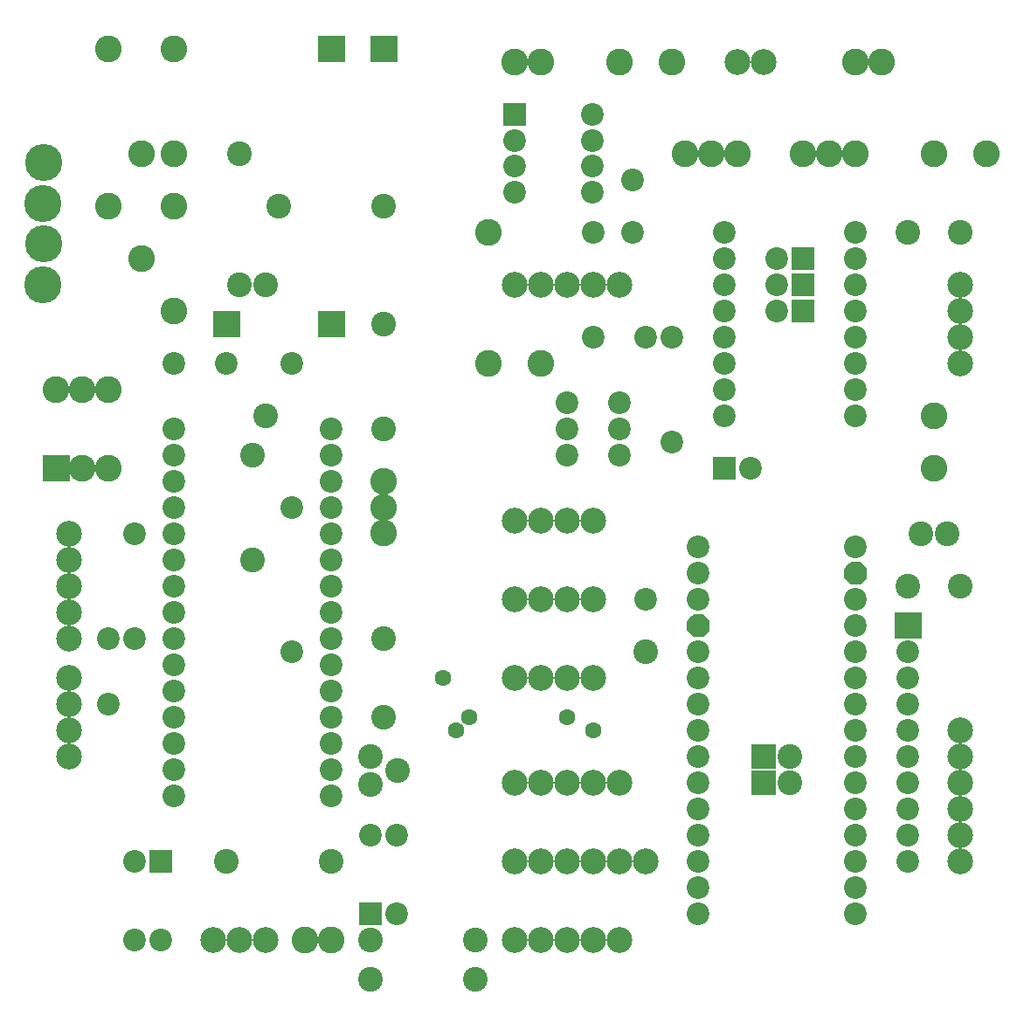
<source format=gbr>
%FSLAX34Y34*%
%MOMM*%
%LNSOLDERMASK_TOP*%
G71*
G01*
%ADD10C, 2.200*%
%ADD11C, 2.400*%
%ADD12C, 2.600*%
%ADD13C, 3.600*%
%ADD14C, 2.500*%
%ADD15C, 1.600*%
%ADD16C, 2.200*%
%LPD*%
X330200Y215900D02*
G54D10*
D03*
X330200Y241300D02*
G54D10*
D03*
X330200Y266700D02*
G54D10*
D03*
X330200Y292100D02*
G54D10*
D03*
X330200Y317500D02*
G54D10*
D03*
X330200Y342900D02*
G54D10*
D03*
X330200Y368300D02*
G54D10*
D03*
X330200Y393700D02*
G54D10*
D03*
X330200Y419100D02*
G54D10*
D03*
X330200Y444500D02*
G54D10*
D03*
X330200Y469900D02*
G54D10*
D03*
X330200Y495300D02*
G54D10*
D03*
X330200Y520700D02*
G54D10*
D03*
X330200Y546100D02*
G54D10*
D03*
X330200Y571500D02*
G54D10*
D03*
X177800Y215900D02*
G54D10*
D03*
X177800Y241300D02*
G54D10*
D03*
X177800Y266700D02*
G54D10*
D03*
X177800Y292100D02*
G54D10*
D03*
X177800Y317500D02*
G54D10*
D03*
X177800Y342900D02*
G54D10*
D03*
X177800Y368300D02*
G54D10*
D03*
X177800Y393700D02*
G54D10*
D03*
X177800Y419100D02*
G54D10*
D03*
X177800Y444500D02*
G54D10*
D03*
X177800Y469899D02*
G54D10*
D03*
X177800Y495300D02*
G54D10*
D03*
X177800Y520700D02*
G54D10*
D03*
X177800Y546100D02*
G54D10*
D03*
X177800Y571500D02*
G54D10*
D03*
X330200Y546100D02*
G54D10*
D03*
X177798Y495303D02*
G54D10*
D03*
X368300Y254000D02*
G54D11*
D03*
X368300Y226700D02*
G54D11*
D03*
X394650Y240350D02*
G54D11*
D03*
X381000Y292100D02*
G54D11*
D03*
X381000Y368300D02*
G54D11*
D03*
X177800Y939800D02*
G54D12*
D03*
X177800Y838200D02*
G54D12*
D03*
X146050Y838200D02*
G54D12*
D03*
X146050Y736600D02*
G54D12*
D03*
X114300Y939800D02*
G54D12*
D03*
X114300Y787400D02*
G54D12*
D03*
G36*
X50500Y520400D02*
X50500Y546400D01*
X76500Y546400D01*
X76500Y520400D01*
X50500Y520400D01*
G37*
X88900Y533400D02*
G54D12*
D03*
X114300Y533400D02*
G54D12*
D03*
X63500Y609600D02*
G54D12*
D03*
X88900Y609600D02*
G54D12*
D03*
X114300Y609600D02*
G54D12*
D03*
X50800Y711200D02*
G54D13*
D03*
X51300Y750700D02*
G54D13*
D03*
X50800Y790200D02*
G54D13*
D03*
X51300Y829700D02*
G54D13*
D03*
X381000Y787400D02*
G54D11*
D03*
X279400Y787400D02*
G54D11*
D03*
X241300Y711200D02*
G54D11*
D03*
X241300Y838200D02*
G54D11*
D03*
X266700Y584200D02*
G54D11*
D03*
X266700Y711200D02*
G54D11*
D03*
X177800Y787400D02*
G54D12*
D03*
X177800Y685800D02*
G54D12*
D03*
X381000Y673100D02*
G54D11*
D03*
X381000Y571500D02*
G54D11*
D03*
X139700Y469900D02*
G54D10*
D03*
X139700Y368300D02*
G54D10*
D03*
X381000Y520700D02*
G54D12*
D03*
X381000Y495700D02*
G54D12*
D03*
X381000Y470700D02*
G54D12*
D03*
X114300Y304800D02*
G54D10*
D03*
X114300Y368300D02*
G54D10*
D03*
X838200Y101600D02*
G54D10*
D03*
X838200Y127000D02*
G54D10*
D03*
X838200Y152400D02*
G54D10*
D03*
X838200Y177800D02*
G54D10*
D03*
X838200Y203200D02*
G54D10*
D03*
X838200Y228600D02*
G54D10*
D03*
X838200Y254000D02*
G54D10*
D03*
X838200Y279400D02*
G54D10*
D03*
X838200Y304800D02*
G54D10*
D03*
X838200Y330200D02*
G54D10*
D03*
X838200Y355600D02*
G54D10*
D03*
X838200Y381000D02*
G54D10*
D03*
X838200Y406400D02*
G54D10*
D03*
X838200Y431800D02*
G54D10*
D03*
X838200Y457200D02*
G54D10*
D03*
X685800Y101600D02*
G54D10*
D03*
X685800Y127000D02*
G54D10*
D03*
X685800Y152400D02*
G54D10*
D03*
X685800Y177800D02*
G54D10*
D03*
X685800Y203200D02*
G54D10*
D03*
X685800Y228600D02*
G54D10*
D03*
X685800Y254000D02*
G54D10*
D03*
X685800Y279400D02*
G54D10*
D03*
X685800Y304800D02*
G54D10*
D03*
X685800Y330200D02*
G54D10*
D03*
X685800Y355600D02*
G54D10*
D03*
X685800Y381000D02*
G54D10*
D03*
X685800Y406400D02*
G54D10*
D03*
X685800Y431800D02*
G54D10*
D03*
X685800Y457200D02*
G54D10*
D03*
G36*
X833635Y420800D02*
X827200Y427235D01*
X827200Y436365D01*
X833635Y442800D01*
X842765Y442800D01*
X849200Y436365D01*
X849200Y427235D01*
X842765Y420800D01*
X833635Y420800D01*
G37*
G36*
X681233Y370003D02*
X674798Y376438D01*
X674798Y385568D01*
X681233Y392003D01*
X690363Y392003D01*
X696798Y385568D01*
X696798Y376438D01*
X690363Y370003D01*
X681233Y370003D01*
G37*
X889000Y355600D02*
G54D10*
D03*
X889000Y330200D02*
G54D10*
D03*
X889000Y304800D02*
G54D10*
D03*
X889000Y279400D02*
G54D10*
D03*
X889000Y254000D02*
G54D10*
D03*
X889000Y228600D02*
G54D10*
D03*
X889000Y203200D02*
G54D10*
D03*
X889000Y177800D02*
G54D10*
D03*
X889000Y152400D02*
G54D10*
D03*
X584200Y330200D02*
G54D14*
D03*
X558800Y330200D02*
G54D14*
D03*
X533400Y330200D02*
G54D14*
D03*
X508000Y330200D02*
G54D14*
D03*
X558800Y292100D02*
G54D15*
D03*
X584200Y279400D02*
G54D15*
D03*
X838200Y736600D02*
G54D10*
D03*
X838200Y762000D02*
G54D10*
D03*
X838200Y685800D02*
G54D10*
D03*
X838200Y711200D02*
G54D10*
D03*
X838200Y635000D02*
G54D10*
D03*
X838200Y660400D02*
G54D10*
D03*
X838200Y584200D02*
G54D10*
D03*
X838200Y609600D02*
G54D10*
D03*
X711200Y635000D02*
G54D10*
D03*
X711200Y660400D02*
G54D10*
D03*
X711200Y584200D02*
G54D10*
D03*
X711200Y609600D02*
G54D10*
D03*
X711200Y736600D02*
G54D10*
D03*
X711200Y762000D02*
G54D10*
D03*
X711200Y685800D02*
G54D10*
D03*
X711200Y711200D02*
G54D10*
D03*
X609600Y927100D02*
G54D12*
D03*
X660400Y927100D02*
G54D12*
D03*
X482600Y762000D02*
G54D10*
D03*
X584200Y762000D02*
G54D10*
D03*
X622300Y812800D02*
G54D10*
D03*
X622300Y762000D02*
G54D10*
D03*
X584200Y660400D02*
G54D10*
D03*
X635000Y660400D02*
G54D10*
D03*
X660400Y660400D02*
G54D10*
D03*
X660400Y558800D02*
G54D10*
D03*
X939800Y635000D02*
G54D14*
D03*
X939800Y660400D02*
G54D14*
D03*
X939800Y685800D02*
G54D14*
D03*
X939800Y711200D02*
G54D14*
D03*
X76200Y444500D02*
G54D14*
D03*
X76200Y419100D02*
G54D14*
D03*
X76200Y393700D02*
G54D14*
D03*
X76200Y368300D02*
G54D14*
D03*
X76200Y469900D02*
G54D14*
D03*
X76200Y330200D02*
G54D14*
D03*
X76200Y304800D02*
G54D14*
D03*
X76200Y279400D02*
G54D14*
D03*
X76200Y254000D02*
G54D14*
D03*
X584200Y711200D02*
G54D14*
D03*
X558800Y711200D02*
G54D14*
D03*
X533400Y711200D02*
G54D14*
D03*
X508000Y711200D02*
G54D14*
D03*
X609600Y711200D02*
G54D14*
D03*
X863600Y927100D02*
G54D12*
D03*
X838200Y927100D02*
G54D12*
D03*
G36*
X876000Y394000D02*
X902000Y394000D01*
X902000Y368000D01*
X876000Y368000D01*
X876000Y394000D01*
G37*
X482600Y635000D02*
G54D12*
D03*
X533400Y635000D02*
G54D12*
D03*
X533400Y927100D02*
G54D12*
D03*
X508000Y927100D02*
G54D12*
D03*
X463550Y292100D02*
G54D15*
D03*
X450850Y279400D02*
G54D15*
D03*
X438150Y330200D02*
G54D15*
D03*
X292100Y355600D02*
G54D16*
D03*
G36*
X357300Y90600D02*
X357300Y112600D01*
X379300Y112600D01*
X379300Y90600D01*
X357300Y90600D01*
G37*
X393800Y101600D02*
G54D10*
D03*
X368300Y178100D02*
G54D10*
D03*
X393800Y178100D02*
G54D10*
D03*
X558800Y596900D02*
G54D10*
D03*
X558800Y546100D02*
G54D10*
D03*
X558800Y571500D02*
G54D10*
D03*
X609600Y596900D02*
G54D10*
D03*
X609600Y546100D02*
G54D10*
D03*
X609600Y571500D02*
G54D10*
D03*
G36*
X394000Y952800D02*
X394000Y926800D01*
X368000Y926800D01*
X368000Y952800D01*
X394000Y952800D01*
G37*
G36*
X343200Y952800D02*
X343200Y926800D01*
X317200Y926800D01*
X317200Y952800D01*
X343200Y952800D01*
G37*
G36*
X343200Y686100D02*
X343200Y660100D01*
X317200Y660100D01*
X317200Y686100D01*
X343200Y686100D01*
G37*
G36*
X241600Y686100D02*
X241600Y660100D01*
X215600Y660100D01*
X215600Y686100D01*
X241600Y686100D01*
G37*
X469900Y38100D02*
G54D11*
D03*
X368300Y38100D02*
G54D11*
D03*
X889000Y762000D02*
G54D11*
D03*
X939800Y762000D02*
G54D11*
D03*
X927100Y469900D02*
G54D11*
D03*
X901700Y469900D02*
G54D11*
D03*
X533400Y76200D02*
G54D14*
D03*
X558800Y76200D02*
G54D14*
D03*
X584200Y76200D02*
G54D14*
D03*
X609600Y76200D02*
G54D14*
D03*
X508000Y76200D02*
G54D14*
D03*
X292100Y495300D02*
G54D16*
D03*
G36*
X798400Y725600D02*
X776400Y725600D01*
X776400Y747600D01*
X798400Y747600D01*
X798400Y725600D01*
G37*
X762000Y736600D02*
G54D10*
D03*
G36*
X798400Y700200D02*
X776400Y700200D01*
X776400Y722200D01*
X798400Y722200D01*
X798400Y700200D01*
G37*
X762000Y711200D02*
G54D10*
D03*
G36*
X798400Y674800D02*
X776400Y674800D01*
X776400Y696800D01*
X798400Y696800D01*
X798400Y674800D01*
G37*
X762000Y685800D02*
G54D10*
D03*
G36*
X700200Y544400D02*
X722200Y544400D01*
X722200Y522400D01*
X700200Y522400D01*
X700200Y544400D01*
G37*
X736600Y533400D02*
G54D10*
D03*
G36*
X737300Y266000D02*
X761300Y266000D01*
X761300Y242000D01*
X737300Y242000D01*
X737300Y266000D01*
G37*
X774700Y254000D02*
G54D11*
D03*
G36*
X737300Y240600D02*
X761300Y240600D01*
X761300Y216600D01*
X737300Y216600D01*
X737300Y240600D01*
G37*
X774700Y228600D02*
G54D11*
D03*
X469900Y76200D02*
G54D11*
D03*
X368300Y76200D02*
G54D11*
D03*
X508000Y711200D02*
G54D10*
D03*
X863600Y927100D02*
G54D10*
D03*
X838200Y431800D02*
G54D10*
D03*
X609600Y596900D02*
G54D10*
D03*
X508000Y927100D02*
G54D10*
D03*
X76200Y469900D02*
G54D10*
D03*
X76200Y330200D02*
G54D10*
D03*
X177798Y495303D02*
G54D10*
D03*
X330200Y546100D02*
G54D10*
D03*
X394650Y240350D02*
G54D10*
D03*
X304800Y76200D02*
G54D12*
D03*
X330200Y76200D02*
G54D12*
D03*
X228600Y152400D02*
G54D11*
D03*
X330200Y152400D02*
G54D11*
D03*
G36*
X176100Y163400D02*
X176100Y141400D01*
X154100Y141400D01*
X154100Y163400D01*
X176100Y163400D01*
G37*
X139600Y152400D02*
G54D10*
D03*
X165100Y75900D02*
G54D10*
D03*
X139600Y75900D02*
G54D10*
D03*
X482600Y635000D02*
G54D12*
D03*
X482600Y762000D02*
G54D12*
D03*
X939800Y203200D02*
G54D14*
D03*
X939800Y228600D02*
G54D14*
D03*
X939800Y254000D02*
G54D14*
D03*
X939800Y279400D02*
G54D14*
D03*
X939800Y177800D02*
G54D14*
D03*
X939800Y152400D02*
G54D14*
D03*
X889000Y419100D02*
G54D11*
D03*
X939800Y419100D02*
G54D11*
D03*
X965200Y838200D02*
G54D12*
D03*
X914400Y838200D02*
G54D12*
D03*
X914400Y584200D02*
G54D12*
D03*
X914400Y533400D02*
G54D12*
D03*
X787400Y838200D02*
G54D12*
D03*
X838200Y838200D02*
G54D12*
D03*
X812806Y838200D02*
G54D12*
D03*
X508000Y851300D02*
G54D10*
D03*
X583000Y851300D02*
G54D10*
D03*
X583000Y826300D02*
G54D10*
D03*
X583000Y801300D02*
G54D10*
D03*
X583000Y876300D02*
G54D10*
D03*
X508000Y826300D02*
G54D10*
D03*
X508000Y801300D02*
G54D10*
D03*
G36*
X519000Y865300D02*
X497000Y865300D01*
X497000Y887300D01*
X519000Y887300D01*
X519000Y865300D01*
G37*
X254000Y444500D02*
G54D11*
D03*
X254000Y546100D02*
G54D11*
D03*
X292100Y635000D02*
G54D16*
D03*
X635000Y355600D02*
G54D11*
D03*
X635000Y406400D02*
G54D10*
D03*
X228600Y635000D02*
G54D10*
D03*
X177800Y635000D02*
G54D10*
D03*
X558800Y152400D02*
G54D14*
D03*
X584200Y152400D02*
G54D14*
D03*
X609600Y152400D02*
G54D14*
D03*
X635000Y152400D02*
G54D14*
D03*
X533400Y152400D02*
G54D14*
D03*
X508000Y152400D02*
G54D14*
D03*
X584200Y228600D02*
G54D14*
D03*
X558800Y228600D02*
G54D14*
D03*
X533400Y228600D02*
G54D14*
D03*
X508000Y228600D02*
G54D14*
D03*
X609600Y228600D02*
G54D14*
D03*
X584200Y482600D02*
G54D14*
D03*
X558800Y482600D02*
G54D14*
D03*
X533400Y482600D02*
G54D14*
D03*
X508000Y482600D02*
G54D14*
D03*
X508000Y406400D02*
G54D14*
D03*
X533400Y406400D02*
G54D14*
D03*
X558800Y406400D02*
G54D14*
D03*
X584200Y406400D02*
G54D14*
D03*
X215600Y75900D02*
G54D14*
D03*
X241000Y75900D02*
G54D14*
D03*
X266400Y75900D02*
G54D14*
D03*
X673100Y838200D02*
G54D12*
D03*
X723900Y838200D02*
G54D12*
D03*
X698506Y838200D02*
G54D12*
D03*
X749300Y927100D02*
G54D14*
D03*
X723900Y927100D02*
G54D14*
D03*
M02*

</source>
